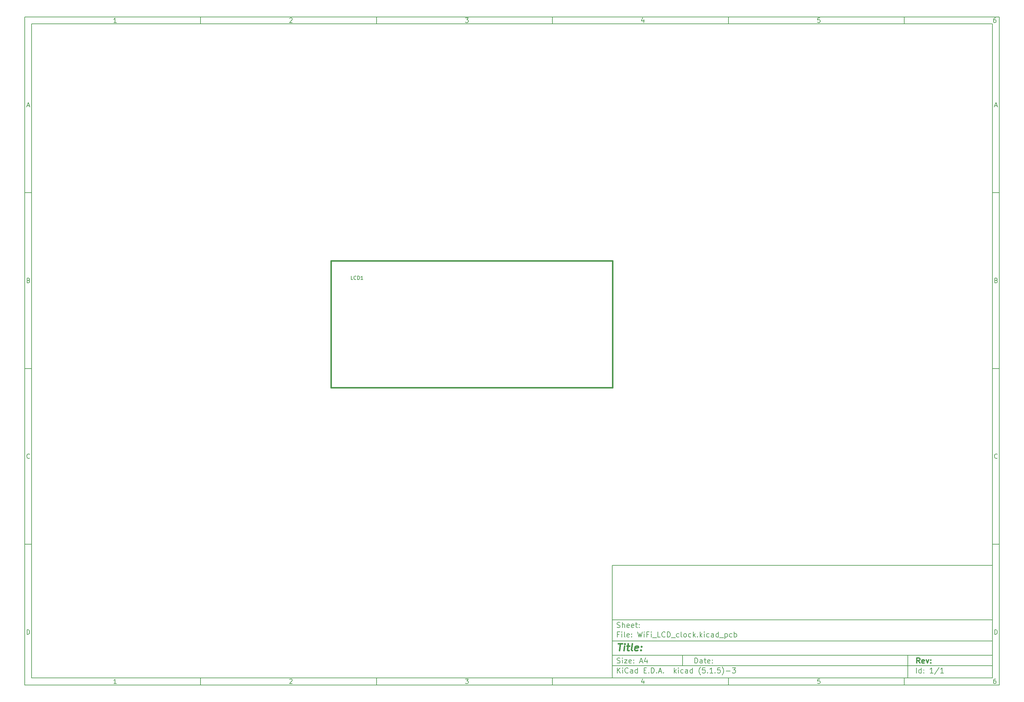
<source format=gbr>
G04 #@! TF.GenerationSoftware,KiCad,Pcbnew,(5.1.5)-3*
G04 #@! TF.CreationDate,2021-03-30T14:25:26+02:00*
G04 #@! TF.ProjectId,WiFi_LCD_clock,57694669-5f4c-4434-945f-636c6f636b2e,rev?*
G04 #@! TF.SameCoordinates,Original*
G04 #@! TF.FileFunction,Legend,Top*
G04 #@! TF.FilePolarity,Positive*
%FSLAX46Y46*%
G04 Gerber Fmt 4.6, Leading zero omitted, Abs format (unit mm)*
G04 Created by KiCad (PCBNEW (5.1.5)-3) date 2021-03-30 14:25:26*
%MOMM*%
%LPD*%
G04 APERTURE LIST*
%ADD10C,0.100000*%
%ADD11C,0.150000*%
%ADD12C,0.300000*%
%ADD13C,0.400000*%
%ADD14C,0.381000*%
G04 APERTURE END LIST*
D10*
D11*
X177002200Y-166007200D02*
X177002200Y-198007200D01*
X285002200Y-198007200D01*
X285002200Y-166007200D01*
X177002200Y-166007200D01*
D10*
D11*
X10000000Y-10000000D02*
X10000000Y-200007200D01*
X287002200Y-200007200D01*
X287002200Y-10000000D01*
X10000000Y-10000000D01*
D10*
D11*
X12000000Y-12000000D02*
X12000000Y-198007200D01*
X285002200Y-198007200D01*
X285002200Y-12000000D01*
X12000000Y-12000000D01*
D10*
D11*
X60000000Y-12000000D02*
X60000000Y-10000000D01*
D10*
D11*
X110000000Y-12000000D02*
X110000000Y-10000000D01*
D10*
D11*
X160000000Y-12000000D02*
X160000000Y-10000000D01*
D10*
D11*
X210000000Y-12000000D02*
X210000000Y-10000000D01*
D10*
D11*
X260000000Y-12000000D02*
X260000000Y-10000000D01*
D10*
D11*
X36065476Y-11588095D02*
X35322619Y-11588095D01*
X35694047Y-11588095D02*
X35694047Y-10288095D01*
X35570238Y-10473809D01*
X35446428Y-10597619D01*
X35322619Y-10659523D01*
D10*
D11*
X85322619Y-10411904D02*
X85384523Y-10350000D01*
X85508333Y-10288095D01*
X85817857Y-10288095D01*
X85941666Y-10350000D01*
X86003571Y-10411904D01*
X86065476Y-10535714D01*
X86065476Y-10659523D01*
X86003571Y-10845238D01*
X85260714Y-11588095D01*
X86065476Y-11588095D01*
D10*
D11*
X135260714Y-10288095D02*
X136065476Y-10288095D01*
X135632142Y-10783333D01*
X135817857Y-10783333D01*
X135941666Y-10845238D01*
X136003571Y-10907142D01*
X136065476Y-11030952D01*
X136065476Y-11340476D01*
X136003571Y-11464285D01*
X135941666Y-11526190D01*
X135817857Y-11588095D01*
X135446428Y-11588095D01*
X135322619Y-11526190D01*
X135260714Y-11464285D01*
D10*
D11*
X185941666Y-10721428D02*
X185941666Y-11588095D01*
X185632142Y-10226190D02*
X185322619Y-11154761D01*
X186127380Y-11154761D01*
D10*
D11*
X236003571Y-10288095D02*
X235384523Y-10288095D01*
X235322619Y-10907142D01*
X235384523Y-10845238D01*
X235508333Y-10783333D01*
X235817857Y-10783333D01*
X235941666Y-10845238D01*
X236003571Y-10907142D01*
X236065476Y-11030952D01*
X236065476Y-11340476D01*
X236003571Y-11464285D01*
X235941666Y-11526190D01*
X235817857Y-11588095D01*
X235508333Y-11588095D01*
X235384523Y-11526190D01*
X235322619Y-11464285D01*
D10*
D11*
X285941666Y-10288095D02*
X285694047Y-10288095D01*
X285570238Y-10350000D01*
X285508333Y-10411904D01*
X285384523Y-10597619D01*
X285322619Y-10845238D01*
X285322619Y-11340476D01*
X285384523Y-11464285D01*
X285446428Y-11526190D01*
X285570238Y-11588095D01*
X285817857Y-11588095D01*
X285941666Y-11526190D01*
X286003571Y-11464285D01*
X286065476Y-11340476D01*
X286065476Y-11030952D01*
X286003571Y-10907142D01*
X285941666Y-10845238D01*
X285817857Y-10783333D01*
X285570238Y-10783333D01*
X285446428Y-10845238D01*
X285384523Y-10907142D01*
X285322619Y-11030952D01*
D10*
D11*
X60000000Y-198007200D02*
X60000000Y-200007200D01*
D10*
D11*
X110000000Y-198007200D02*
X110000000Y-200007200D01*
D10*
D11*
X160000000Y-198007200D02*
X160000000Y-200007200D01*
D10*
D11*
X210000000Y-198007200D02*
X210000000Y-200007200D01*
D10*
D11*
X260000000Y-198007200D02*
X260000000Y-200007200D01*
D10*
D11*
X36065476Y-199595295D02*
X35322619Y-199595295D01*
X35694047Y-199595295D02*
X35694047Y-198295295D01*
X35570238Y-198481009D01*
X35446428Y-198604819D01*
X35322619Y-198666723D01*
D10*
D11*
X85322619Y-198419104D02*
X85384523Y-198357200D01*
X85508333Y-198295295D01*
X85817857Y-198295295D01*
X85941666Y-198357200D01*
X86003571Y-198419104D01*
X86065476Y-198542914D01*
X86065476Y-198666723D01*
X86003571Y-198852438D01*
X85260714Y-199595295D01*
X86065476Y-199595295D01*
D10*
D11*
X135260714Y-198295295D02*
X136065476Y-198295295D01*
X135632142Y-198790533D01*
X135817857Y-198790533D01*
X135941666Y-198852438D01*
X136003571Y-198914342D01*
X136065476Y-199038152D01*
X136065476Y-199347676D01*
X136003571Y-199471485D01*
X135941666Y-199533390D01*
X135817857Y-199595295D01*
X135446428Y-199595295D01*
X135322619Y-199533390D01*
X135260714Y-199471485D01*
D10*
D11*
X185941666Y-198728628D02*
X185941666Y-199595295D01*
X185632142Y-198233390D02*
X185322619Y-199161961D01*
X186127380Y-199161961D01*
D10*
D11*
X236003571Y-198295295D02*
X235384523Y-198295295D01*
X235322619Y-198914342D01*
X235384523Y-198852438D01*
X235508333Y-198790533D01*
X235817857Y-198790533D01*
X235941666Y-198852438D01*
X236003571Y-198914342D01*
X236065476Y-199038152D01*
X236065476Y-199347676D01*
X236003571Y-199471485D01*
X235941666Y-199533390D01*
X235817857Y-199595295D01*
X235508333Y-199595295D01*
X235384523Y-199533390D01*
X235322619Y-199471485D01*
D10*
D11*
X285941666Y-198295295D02*
X285694047Y-198295295D01*
X285570238Y-198357200D01*
X285508333Y-198419104D01*
X285384523Y-198604819D01*
X285322619Y-198852438D01*
X285322619Y-199347676D01*
X285384523Y-199471485D01*
X285446428Y-199533390D01*
X285570238Y-199595295D01*
X285817857Y-199595295D01*
X285941666Y-199533390D01*
X286003571Y-199471485D01*
X286065476Y-199347676D01*
X286065476Y-199038152D01*
X286003571Y-198914342D01*
X285941666Y-198852438D01*
X285817857Y-198790533D01*
X285570238Y-198790533D01*
X285446428Y-198852438D01*
X285384523Y-198914342D01*
X285322619Y-199038152D01*
D10*
D11*
X10000000Y-60000000D02*
X12000000Y-60000000D01*
D10*
D11*
X10000000Y-110000000D02*
X12000000Y-110000000D01*
D10*
D11*
X10000000Y-160000000D02*
X12000000Y-160000000D01*
D10*
D11*
X10690476Y-35216666D02*
X11309523Y-35216666D01*
X10566666Y-35588095D02*
X11000000Y-34288095D01*
X11433333Y-35588095D01*
D10*
D11*
X11092857Y-84907142D02*
X11278571Y-84969047D01*
X11340476Y-85030952D01*
X11402380Y-85154761D01*
X11402380Y-85340476D01*
X11340476Y-85464285D01*
X11278571Y-85526190D01*
X11154761Y-85588095D01*
X10659523Y-85588095D01*
X10659523Y-84288095D01*
X11092857Y-84288095D01*
X11216666Y-84350000D01*
X11278571Y-84411904D01*
X11340476Y-84535714D01*
X11340476Y-84659523D01*
X11278571Y-84783333D01*
X11216666Y-84845238D01*
X11092857Y-84907142D01*
X10659523Y-84907142D01*
D10*
D11*
X11402380Y-135464285D02*
X11340476Y-135526190D01*
X11154761Y-135588095D01*
X11030952Y-135588095D01*
X10845238Y-135526190D01*
X10721428Y-135402380D01*
X10659523Y-135278571D01*
X10597619Y-135030952D01*
X10597619Y-134845238D01*
X10659523Y-134597619D01*
X10721428Y-134473809D01*
X10845238Y-134350000D01*
X11030952Y-134288095D01*
X11154761Y-134288095D01*
X11340476Y-134350000D01*
X11402380Y-134411904D01*
D10*
D11*
X10659523Y-185588095D02*
X10659523Y-184288095D01*
X10969047Y-184288095D01*
X11154761Y-184350000D01*
X11278571Y-184473809D01*
X11340476Y-184597619D01*
X11402380Y-184845238D01*
X11402380Y-185030952D01*
X11340476Y-185278571D01*
X11278571Y-185402380D01*
X11154761Y-185526190D01*
X10969047Y-185588095D01*
X10659523Y-185588095D01*
D10*
D11*
X287002200Y-60000000D02*
X285002200Y-60000000D01*
D10*
D11*
X287002200Y-110000000D02*
X285002200Y-110000000D01*
D10*
D11*
X287002200Y-160000000D02*
X285002200Y-160000000D01*
D10*
D11*
X285692676Y-35216666D02*
X286311723Y-35216666D01*
X285568866Y-35588095D02*
X286002200Y-34288095D01*
X286435533Y-35588095D01*
D10*
D11*
X286095057Y-84907142D02*
X286280771Y-84969047D01*
X286342676Y-85030952D01*
X286404580Y-85154761D01*
X286404580Y-85340476D01*
X286342676Y-85464285D01*
X286280771Y-85526190D01*
X286156961Y-85588095D01*
X285661723Y-85588095D01*
X285661723Y-84288095D01*
X286095057Y-84288095D01*
X286218866Y-84350000D01*
X286280771Y-84411904D01*
X286342676Y-84535714D01*
X286342676Y-84659523D01*
X286280771Y-84783333D01*
X286218866Y-84845238D01*
X286095057Y-84907142D01*
X285661723Y-84907142D01*
D10*
D11*
X286404580Y-135464285D02*
X286342676Y-135526190D01*
X286156961Y-135588095D01*
X286033152Y-135588095D01*
X285847438Y-135526190D01*
X285723628Y-135402380D01*
X285661723Y-135278571D01*
X285599819Y-135030952D01*
X285599819Y-134845238D01*
X285661723Y-134597619D01*
X285723628Y-134473809D01*
X285847438Y-134350000D01*
X286033152Y-134288095D01*
X286156961Y-134288095D01*
X286342676Y-134350000D01*
X286404580Y-134411904D01*
D10*
D11*
X285661723Y-185588095D02*
X285661723Y-184288095D01*
X285971247Y-184288095D01*
X286156961Y-184350000D01*
X286280771Y-184473809D01*
X286342676Y-184597619D01*
X286404580Y-184845238D01*
X286404580Y-185030952D01*
X286342676Y-185278571D01*
X286280771Y-185402380D01*
X286156961Y-185526190D01*
X285971247Y-185588095D01*
X285661723Y-185588095D01*
D10*
D11*
X200434342Y-193785771D02*
X200434342Y-192285771D01*
X200791485Y-192285771D01*
X201005771Y-192357200D01*
X201148628Y-192500057D01*
X201220057Y-192642914D01*
X201291485Y-192928628D01*
X201291485Y-193142914D01*
X201220057Y-193428628D01*
X201148628Y-193571485D01*
X201005771Y-193714342D01*
X200791485Y-193785771D01*
X200434342Y-193785771D01*
X202577200Y-193785771D02*
X202577200Y-193000057D01*
X202505771Y-192857200D01*
X202362914Y-192785771D01*
X202077200Y-192785771D01*
X201934342Y-192857200D01*
X202577200Y-193714342D02*
X202434342Y-193785771D01*
X202077200Y-193785771D01*
X201934342Y-193714342D01*
X201862914Y-193571485D01*
X201862914Y-193428628D01*
X201934342Y-193285771D01*
X202077200Y-193214342D01*
X202434342Y-193214342D01*
X202577200Y-193142914D01*
X203077200Y-192785771D02*
X203648628Y-192785771D01*
X203291485Y-192285771D02*
X203291485Y-193571485D01*
X203362914Y-193714342D01*
X203505771Y-193785771D01*
X203648628Y-193785771D01*
X204720057Y-193714342D02*
X204577200Y-193785771D01*
X204291485Y-193785771D01*
X204148628Y-193714342D01*
X204077200Y-193571485D01*
X204077200Y-193000057D01*
X204148628Y-192857200D01*
X204291485Y-192785771D01*
X204577200Y-192785771D01*
X204720057Y-192857200D01*
X204791485Y-193000057D01*
X204791485Y-193142914D01*
X204077200Y-193285771D01*
X205434342Y-193642914D02*
X205505771Y-193714342D01*
X205434342Y-193785771D01*
X205362914Y-193714342D01*
X205434342Y-193642914D01*
X205434342Y-193785771D01*
X205434342Y-192857200D02*
X205505771Y-192928628D01*
X205434342Y-193000057D01*
X205362914Y-192928628D01*
X205434342Y-192857200D01*
X205434342Y-193000057D01*
D10*
D11*
X177002200Y-194507200D02*
X285002200Y-194507200D01*
D10*
D11*
X178434342Y-196585771D02*
X178434342Y-195085771D01*
X179291485Y-196585771D02*
X178648628Y-195728628D01*
X179291485Y-195085771D02*
X178434342Y-195942914D01*
X179934342Y-196585771D02*
X179934342Y-195585771D01*
X179934342Y-195085771D02*
X179862914Y-195157200D01*
X179934342Y-195228628D01*
X180005771Y-195157200D01*
X179934342Y-195085771D01*
X179934342Y-195228628D01*
X181505771Y-196442914D02*
X181434342Y-196514342D01*
X181220057Y-196585771D01*
X181077200Y-196585771D01*
X180862914Y-196514342D01*
X180720057Y-196371485D01*
X180648628Y-196228628D01*
X180577200Y-195942914D01*
X180577200Y-195728628D01*
X180648628Y-195442914D01*
X180720057Y-195300057D01*
X180862914Y-195157200D01*
X181077200Y-195085771D01*
X181220057Y-195085771D01*
X181434342Y-195157200D01*
X181505771Y-195228628D01*
X182791485Y-196585771D02*
X182791485Y-195800057D01*
X182720057Y-195657200D01*
X182577200Y-195585771D01*
X182291485Y-195585771D01*
X182148628Y-195657200D01*
X182791485Y-196514342D02*
X182648628Y-196585771D01*
X182291485Y-196585771D01*
X182148628Y-196514342D01*
X182077200Y-196371485D01*
X182077200Y-196228628D01*
X182148628Y-196085771D01*
X182291485Y-196014342D01*
X182648628Y-196014342D01*
X182791485Y-195942914D01*
X184148628Y-196585771D02*
X184148628Y-195085771D01*
X184148628Y-196514342D02*
X184005771Y-196585771D01*
X183720057Y-196585771D01*
X183577200Y-196514342D01*
X183505771Y-196442914D01*
X183434342Y-196300057D01*
X183434342Y-195871485D01*
X183505771Y-195728628D01*
X183577200Y-195657200D01*
X183720057Y-195585771D01*
X184005771Y-195585771D01*
X184148628Y-195657200D01*
X186005771Y-195800057D02*
X186505771Y-195800057D01*
X186720057Y-196585771D02*
X186005771Y-196585771D01*
X186005771Y-195085771D01*
X186720057Y-195085771D01*
X187362914Y-196442914D02*
X187434342Y-196514342D01*
X187362914Y-196585771D01*
X187291485Y-196514342D01*
X187362914Y-196442914D01*
X187362914Y-196585771D01*
X188077200Y-196585771D02*
X188077200Y-195085771D01*
X188434342Y-195085771D01*
X188648628Y-195157200D01*
X188791485Y-195300057D01*
X188862914Y-195442914D01*
X188934342Y-195728628D01*
X188934342Y-195942914D01*
X188862914Y-196228628D01*
X188791485Y-196371485D01*
X188648628Y-196514342D01*
X188434342Y-196585771D01*
X188077200Y-196585771D01*
X189577200Y-196442914D02*
X189648628Y-196514342D01*
X189577200Y-196585771D01*
X189505771Y-196514342D01*
X189577200Y-196442914D01*
X189577200Y-196585771D01*
X190220057Y-196157200D02*
X190934342Y-196157200D01*
X190077200Y-196585771D02*
X190577200Y-195085771D01*
X191077200Y-196585771D01*
X191577200Y-196442914D02*
X191648628Y-196514342D01*
X191577200Y-196585771D01*
X191505771Y-196514342D01*
X191577200Y-196442914D01*
X191577200Y-196585771D01*
X194577200Y-196585771D02*
X194577200Y-195085771D01*
X194720057Y-196014342D02*
X195148628Y-196585771D01*
X195148628Y-195585771D02*
X194577200Y-196157200D01*
X195791485Y-196585771D02*
X195791485Y-195585771D01*
X195791485Y-195085771D02*
X195720057Y-195157200D01*
X195791485Y-195228628D01*
X195862914Y-195157200D01*
X195791485Y-195085771D01*
X195791485Y-195228628D01*
X197148628Y-196514342D02*
X197005771Y-196585771D01*
X196720057Y-196585771D01*
X196577200Y-196514342D01*
X196505771Y-196442914D01*
X196434342Y-196300057D01*
X196434342Y-195871485D01*
X196505771Y-195728628D01*
X196577200Y-195657200D01*
X196720057Y-195585771D01*
X197005771Y-195585771D01*
X197148628Y-195657200D01*
X198434342Y-196585771D02*
X198434342Y-195800057D01*
X198362914Y-195657200D01*
X198220057Y-195585771D01*
X197934342Y-195585771D01*
X197791485Y-195657200D01*
X198434342Y-196514342D02*
X198291485Y-196585771D01*
X197934342Y-196585771D01*
X197791485Y-196514342D01*
X197720057Y-196371485D01*
X197720057Y-196228628D01*
X197791485Y-196085771D01*
X197934342Y-196014342D01*
X198291485Y-196014342D01*
X198434342Y-195942914D01*
X199791485Y-196585771D02*
X199791485Y-195085771D01*
X199791485Y-196514342D02*
X199648628Y-196585771D01*
X199362914Y-196585771D01*
X199220057Y-196514342D01*
X199148628Y-196442914D01*
X199077200Y-196300057D01*
X199077200Y-195871485D01*
X199148628Y-195728628D01*
X199220057Y-195657200D01*
X199362914Y-195585771D01*
X199648628Y-195585771D01*
X199791485Y-195657200D01*
X202077200Y-197157200D02*
X202005771Y-197085771D01*
X201862914Y-196871485D01*
X201791485Y-196728628D01*
X201720057Y-196514342D01*
X201648628Y-196157200D01*
X201648628Y-195871485D01*
X201720057Y-195514342D01*
X201791485Y-195300057D01*
X201862914Y-195157200D01*
X202005771Y-194942914D01*
X202077200Y-194871485D01*
X203362914Y-195085771D02*
X202648628Y-195085771D01*
X202577200Y-195800057D01*
X202648628Y-195728628D01*
X202791485Y-195657200D01*
X203148628Y-195657200D01*
X203291485Y-195728628D01*
X203362914Y-195800057D01*
X203434342Y-195942914D01*
X203434342Y-196300057D01*
X203362914Y-196442914D01*
X203291485Y-196514342D01*
X203148628Y-196585771D01*
X202791485Y-196585771D01*
X202648628Y-196514342D01*
X202577200Y-196442914D01*
X204077200Y-196442914D02*
X204148628Y-196514342D01*
X204077200Y-196585771D01*
X204005771Y-196514342D01*
X204077200Y-196442914D01*
X204077200Y-196585771D01*
X205577200Y-196585771D02*
X204720057Y-196585771D01*
X205148628Y-196585771D02*
X205148628Y-195085771D01*
X205005771Y-195300057D01*
X204862914Y-195442914D01*
X204720057Y-195514342D01*
X206220057Y-196442914D02*
X206291485Y-196514342D01*
X206220057Y-196585771D01*
X206148628Y-196514342D01*
X206220057Y-196442914D01*
X206220057Y-196585771D01*
X207648628Y-195085771D02*
X206934342Y-195085771D01*
X206862914Y-195800057D01*
X206934342Y-195728628D01*
X207077200Y-195657200D01*
X207434342Y-195657200D01*
X207577200Y-195728628D01*
X207648628Y-195800057D01*
X207720057Y-195942914D01*
X207720057Y-196300057D01*
X207648628Y-196442914D01*
X207577200Y-196514342D01*
X207434342Y-196585771D01*
X207077200Y-196585771D01*
X206934342Y-196514342D01*
X206862914Y-196442914D01*
X208220057Y-197157200D02*
X208291485Y-197085771D01*
X208434342Y-196871485D01*
X208505771Y-196728628D01*
X208577200Y-196514342D01*
X208648628Y-196157200D01*
X208648628Y-195871485D01*
X208577200Y-195514342D01*
X208505771Y-195300057D01*
X208434342Y-195157200D01*
X208291485Y-194942914D01*
X208220057Y-194871485D01*
X209362914Y-196014342D02*
X210505771Y-196014342D01*
X211077200Y-195085771D02*
X212005771Y-195085771D01*
X211505771Y-195657200D01*
X211720057Y-195657200D01*
X211862914Y-195728628D01*
X211934342Y-195800057D01*
X212005771Y-195942914D01*
X212005771Y-196300057D01*
X211934342Y-196442914D01*
X211862914Y-196514342D01*
X211720057Y-196585771D01*
X211291485Y-196585771D01*
X211148628Y-196514342D01*
X211077200Y-196442914D01*
D10*
D11*
X177002200Y-191507200D02*
X285002200Y-191507200D01*
D10*
D12*
X264411485Y-193785771D02*
X263911485Y-193071485D01*
X263554342Y-193785771D02*
X263554342Y-192285771D01*
X264125771Y-192285771D01*
X264268628Y-192357200D01*
X264340057Y-192428628D01*
X264411485Y-192571485D01*
X264411485Y-192785771D01*
X264340057Y-192928628D01*
X264268628Y-193000057D01*
X264125771Y-193071485D01*
X263554342Y-193071485D01*
X265625771Y-193714342D02*
X265482914Y-193785771D01*
X265197200Y-193785771D01*
X265054342Y-193714342D01*
X264982914Y-193571485D01*
X264982914Y-193000057D01*
X265054342Y-192857200D01*
X265197200Y-192785771D01*
X265482914Y-192785771D01*
X265625771Y-192857200D01*
X265697200Y-193000057D01*
X265697200Y-193142914D01*
X264982914Y-193285771D01*
X266197200Y-192785771D02*
X266554342Y-193785771D01*
X266911485Y-192785771D01*
X267482914Y-193642914D02*
X267554342Y-193714342D01*
X267482914Y-193785771D01*
X267411485Y-193714342D01*
X267482914Y-193642914D01*
X267482914Y-193785771D01*
X267482914Y-192857200D02*
X267554342Y-192928628D01*
X267482914Y-193000057D01*
X267411485Y-192928628D01*
X267482914Y-192857200D01*
X267482914Y-193000057D01*
D10*
D11*
X178362914Y-193714342D02*
X178577200Y-193785771D01*
X178934342Y-193785771D01*
X179077200Y-193714342D01*
X179148628Y-193642914D01*
X179220057Y-193500057D01*
X179220057Y-193357200D01*
X179148628Y-193214342D01*
X179077200Y-193142914D01*
X178934342Y-193071485D01*
X178648628Y-193000057D01*
X178505771Y-192928628D01*
X178434342Y-192857200D01*
X178362914Y-192714342D01*
X178362914Y-192571485D01*
X178434342Y-192428628D01*
X178505771Y-192357200D01*
X178648628Y-192285771D01*
X179005771Y-192285771D01*
X179220057Y-192357200D01*
X179862914Y-193785771D02*
X179862914Y-192785771D01*
X179862914Y-192285771D02*
X179791485Y-192357200D01*
X179862914Y-192428628D01*
X179934342Y-192357200D01*
X179862914Y-192285771D01*
X179862914Y-192428628D01*
X180434342Y-192785771D02*
X181220057Y-192785771D01*
X180434342Y-193785771D01*
X181220057Y-193785771D01*
X182362914Y-193714342D02*
X182220057Y-193785771D01*
X181934342Y-193785771D01*
X181791485Y-193714342D01*
X181720057Y-193571485D01*
X181720057Y-193000057D01*
X181791485Y-192857200D01*
X181934342Y-192785771D01*
X182220057Y-192785771D01*
X182362914Y-192857200D01*
X182434342Y-193000057D01*
X182434342Y-193142914D01*
X181720057Y-193285771D01*
X183077200Y-193642914D02*
X183148628Y-193714342D01*
X183077200Y-193785771D01*
X183005771Y-193714342D01*
X183077200Y-193642914D01*
X183077200Y-193785771D01*
X183077200Y-192857200D02*
X183148628Y-192928628D01*
X183077200Y-193000057D01*
X183005771Y-192928628D01*
X183077200Y-192857200D01*
X183077200Y-193000057D01*
X184862914Y-193357200D02*
X185577200Y-193357200D01*
X184720057Y-193785771D02*
X185220057Y-192285771D01*
X185720057Y-193785771D01*
X186862914Y-192785771D02*
X186862914Y-193785771D01*
X186505771Y-192214342D02*
X186148628Y-193285771D01*
X187077200Y-193285771D01*
D10*
D11*
X263434342Y-196585771D02*
X263434342Y-195085771D01*
X264791485Y-196585771D02*
X264791485Y-195085771D01*
X264791485Y-196514342D02*
X264648628Y-196585771D01*
X264362914Y-196585771D01*
X264220057Y-196514342D01*
X264148628Y-196442914D01*
X264077200Y-196300057D01*
X264077200Y-195871485D01*
X264148628Y-195728628D01*
X264220057Y-195657200D01*
X264362914Y-195585771D01*
X264648628Y-195585771D01*
X264791485Y-195657200D01*
X265505771Y-196442914D02*
X265577200Y-196514342D01*
X265505771Y-196585771D01*
X265434342Y-196514342D01*
X265505771Y-196442914D01*
X265505771Y-196585771D01*
X265505771Y-195657200D02*
X265577200Y-195728628D01*
X265505771Y-195800057D01*
X265434342Y-195728628D01*
X265505771Y-195657200D01*
X265505771Y-195800057D01*
X268148628Y-196585771D02*
X267291485Y-196585771D01*
X267720057Y-196585771D02*
X267720057Y-195085771D01*
X267577200Y-195300057D01*
X267434342Y-195442914D01*
X267291485Y-195514342D01*
X269862914Y-195014342D02*
X268577200Y-196942914D01*
X271148628Y-196585771D02*
X270291485Y-196585771D01*
X270720057Y-196585771D02*
X270720057Y-195085771D01*
X270577200Y-195300057D01*
X270434342Y-195442914D01*
X270291485Y-195514342D01*
D10*
D11*
X177002200Y-187507200D02*
X285002200Y-187507200D01*
D10*
D13*
X178714580Y-188211961D02*
X179857438Y-188211961D01*
X179036009Y-190211961D02*
X179286009Y-188211961D01*
X180274104Y-190211961D02*
X180440771Y-188878628D01*
X180524104Y-188211961D02*
X180416961Y-188307200D01*
X180500295Y-188402438D01*
X180607438Y-188307200D01*
X180524104Y-188211961D01*
X180500295Y-188402438D01*
X181107438Y-188878628D02*
X181869342Y-188878628D01*
X181476485Y-188211961D02*
X181262200Y-189926247D01*
X181333628Y-190116723D01*
X181512200Y-190211961D01*
X181702676Y-190211961D01*
X182655057Y-190211961D02*
X182476485Y-190116723D01*
X182405057Y-189926247D01*
X182619342Y-188211961D01*
X184190771Y-190116723D02*
X183988390Y-190211961D01*
X183607438Y-190211961D01*
X183428866Y-190116723D01*
X183357438Y-189926247D01*
X183452676Y-189164342D01*
X183571723Y-188973866D01*
X183774104Y-188878628D01*
X184155057Y-188878628D01*
X184333628Y-188973866D01*
X184405057Y-189164342D01*
X184381247Y-189354819D01*
X183405057Y-189545295D01*
X185155057Y-190021485D02*
X185238390Y-190116723D01*
X185131247Y-190211961D01*
X185047914Y-190116723D01*
X185155057Y-190021485D01*
X185131247Y-190211961D01*
X185286009Y-188973866D02*
X185369342Y-189069104D01*
X185262200Y-189164342D01*
X185178866Y-189069104D01*
X185286009Y-188973866D01*
X185262200Y-189164342D01*
D10*
D11*
X178934342Y-185600057D02*
X178434342Y-185600057D01*
X178434342Y-186385771D02*
X178434342Y-184885771D01*
X179148628Y-184885771D01*
X179720057Y-186385771D02*
X179720057Y-185385771D01*
X179720057Y-184885771D02*
X179648628Y-184957200D01*
X179720057Y-185028628D01*
X179791485Y-184957200D01*
X179720057Y-184885771D01*
X179720057Y-185028628D01*
X180648628Y-186385771D02*
X180505771Y-186314342D01*
X180434342Y-186171485D01*
X180434342Y-184885771D01*
X181791485Y-186314342D02*
X181648628Y-186385771D01*
X181362914Y-186385771D01*
X181220057Y-186314342D01*
X181148628Y-186171485D01*
X181148628Y-185600057D01*
X181220057Y-185457200D01*
X181362914Y-185385771D01*
X181648628Y-185385771D01*
X181791485Y-185457200D01*
X181862914Y-185600057D01*
X181862914Y-185742914D01*
X181148628Y-185885771D01*
X182505771Y-186242914D02*
X182577200Y-186314342D01*
X182505771Y-186385771D01*
X182434342Y-186314342D01*
X182505771Y-186242914D01*
X182505771Y-186385771D01*
X182505771Y-185457200D02*
X182577200Y-185528628D01*
X182505771Y-185600057D01*
X182434342Y-185528628D01*
X182505771Y-185457200D01*
X182505771Y-185600057D01*
X184220057Y-184885771D02*
X184577200Y-186385771D01*
X184862914Y-185314342D01*
X185148628Y-186385771D01*
X185505771Y-184885771D01*
X186077200Y-186385771D02*
X186077200Y-185385771D01*
X186077200Y-184885771D02*
X186005771Y-184957200D01*
X186077200Y-185028628D01*
X186148628Y-184957200D01*
X186077200Y-184885771D01*
X186077200Y-185028628D01*
X187291485Y-185600057D02*
X186791485Y-185600057D01*
X186791485Y-186385771D02*
X186791485Y-184885771D01*
X187505771Y-184885771D01*
X188077200Y-186385771D02*
X188077200Y-185385771D01*
X188077200Y-184885771D02*
X188005771Y-184957200D01*
X188077200Y-185028628D01*
X188148628Y-184957200D01*
X188077200Y-184885771D01*
X188077200Y-185028628D01*
X188434342Y-186528628D02*
X189577200Y-186528628D01*
X190648628Y-186385771D02*
X189934342Y-186385771D01*
X189934342Y-184885771D01*
X192005771Y-186242914D02*
X191934342Y-186314342D01*
X191720057Y-186385771D01*
X191577200Y-186385771D01*
X191362914Y-186314342D01*
X191220057Y-186171485D01*
X191148628Y-186028628D01*
X191077200Y-185742914D01*
X191077200Y-185528628D01*
X191148628Y-185242914D01*
X191220057Y-185100057D01*
X191362914Y-184957200D01*
X191577200Y-184885771D01*
X191720057Y-184885771D01*
X191934342Y-184957200D01*
X192005771Y-185028628D01*
X192648628Y-186385771D02*
X192648628Y-184885771D01*
X193005771Y-184885771D01*
X193220057Y-184957200D01*
X193362914Y-185100057D01*
X193434342Y-185242914D01*
X193505771Y-185528628D01*
X193505771Y-185742914D01*
X193434342Y-186028628D01*
X193362914Y-186171485D01*
X193220057Y-186314342D01*
X193005771Y-186385771D01*
X192648628Y-186385771D01*
X193791485Y-186528628D02*
X194934342Y-186528628D01*
X195934342Y-186314342D02*
X195791485Y-186385771D01*
X195505771Y-186385771D01*
X195362914Y-186314342D01*
X195291485Y-186242914D01*
X195220057Y-186100057D01*
X195220057Y-185671485D01*
X195291485Y-185528628D01*
X195362914Y-185457200D01*
X195505771Y-185385771D01*
X195791485Y-185385771D01*
X195934342Y-185457200D01*
X196791485Y-186385771D02*
X196648628Y-186314342D01*
X196577200Y-186171485D01*
X196577200Y-184885771D01*
X197577200Y-186385771D02*
X197434342Y-186314342D01*
X197362914Y-186242914D01*
X197291485Y-186100057D01*
X197291485Y-185671485D01*
X197362914Y-185528628D01*
X197434342Y-185457200D01*
X197577200Y-185385771D01*
X197791485Y-185385771D01*
X197934342Y-185457200D01*
X198005771Y-185528628D01*
X198077200Y-185671485D01*
X198077200Y-186100057D01*
X198005771Y-186242914D01*
X197934342Y-186314342D01*
X197791485Y-186385771D01*
X197577200Y-186385771D01*
X199362914Y-186314342D02*
X199220057Y-186385771D01*
X198934342Y-186385771D01*
X198791485Y-186314342D01*
X198720057Y-186242914D01*
X198648628Y-186100057D01*
X198648628Y-185671485D01*
X198720057Y-185528628D01*
X198791485Y-185457200D01*
X198934342Y-185385771D01*
X199220057Y-185385771D01*
X199362914Y-185457200D01*
X200005771Y-186385771D02*
X200005771Y-184885771D01*
X200148628Y-185814342D02*
X200577200Y-186385771D01*
X200577200Y-185385771D02*
X200005771Y-185957200D01*
X201220057Y-186242914D02*
X201291485Y-186314342D01*
X201220057Y-186385771D01*
X201148628Y-186314342D01*
X201220057Y-186242914D01*
X201220057Y-186385771D01*
X201934342Y-186385771D02*
X201934342Y-184885771D01*
X202077200Y-185814342D02*
X202505771Y-186385771D01*
X202505771Y-185385771D02*
X201934342Y-185957200D01*
X203148628Y-186385771D02*
X203148628Y-185385771D01*
X203148628Y-184885771D02*
X203077200Y-184957200D01*
X203148628Y-185028628D01*
X203220057Y-184957200D01*
X203148628Y-184885771D01*
X203148628Y-185028628D01*
X204505771Y-186314342D02*
X204362914Y-186385771D01*
X204077200Y-186385771D01*
X203934342Y-186314342D01*
X203862914Y-186242914D01*
X203791485Y-186100057D01*
X203791485Y-185671485D01*
X203862914Y-185528628D01*
X203934342Y-185457200D01*
X204077200Y-185385771D01*
X204362914Y-185385771D01*
X204505771Y-185457200D01*
X205791485Y-186385771D02*
X205791485Y-185600057D01*
X205720057Y-185457200D01*
X205577200Y-185385771D01*
X205291485Y-185385771D01*
X205148628Y-185457200D01*
X205791485Y-186314342D02*
X205648628Y-186385771D01*
X205291485Y-186385771D01*
X205148628Y-186314342D01*
X205077200Y-186171485D01*
X205077200Y-186028628D01*
X205148628Y-185885771D01*
X205291485Y-185814342D01*
X205648628Y-185814342D01*
X205791485Y-185742914D01*
X207148628Y-186385771D02*
X207148628Y-184885771D01*
X207148628Y-186314342D02*
X207005771Y-186385771D01*
X206720057Y-186385771D01*
X206577200Y-186314342D01*
X206505771Y-186242914D01*
X206434342Y-186100057D01*
X206434342Y-185671485D01*
X206505771Y-185528628D01*
X206577200Y-185457200D01*
X206720057Y-185385771D01*
X207005771Y-185385771D01*
X207148628Y-185457200D01*
X207505771Y-186528628D02*
X208648628Y-186528628D01*
X209005771Y-185385771D02*
X209005771Y-186885771D01*
X209005771Y-185457200D02*
X209148628Y-185385771D01*
X209434342Y-185385771D01*
X209577200Y-185457200D01*
X209648628Y-185528628D01*
X209720057Y-185671485D01*
X209720057Y-186100057D01*
X209648628Y-186242914D01*
X209577200Y-186314342D01*
X209434342Y-186385771D01*
X209148628Y-186385771D01*
X209005771Y-186314342D01*
X211005771Y-186314342D02*
X210862914Y-186385771D01*
X210577200Y-186385771D01*
X210434342Y-186314342D01*
X210362914Y-186242914D01*
X210291485Y-186100057D01*
X210291485Y-185671485D01*
X210362914Y-185528628D01*
X210434342Y-185457200D01*
X210577200Y-185385771D01*
X210862914Y-185385771D01*
X211005771Y-185457200D01*
X211648628Y-186385771D02*
X211648628Y-184885771D01*
X211648628Y-185457200D02*
X211791485Y-185385771D01*
X212077200Y-185385771D01*
X212220057Y-185457200D01*
X212291485Y-185528628D01*
X212362914Y-185671485D01*
X212362914Y-186100057D01*
X212291485Y-186242914D01*
X212220057Y-186314342D01*
X212077200Y-186385771D01*
X211791485Y-186385771D01*
X211648628Y-186314342D01*
D10*
D11*
X177002200Y-181507200D02*
X285002200Y-181507200D01*
D10*
D11*
X178362914Y-183614342D02*
X178577200Y-183685771D01*
X178934342Y-183685771D01*
X179077200Y-183614342D01*
X179148628Y-183542914D01*
X179220057Y-183400057D01*
X179220057Y-183257200D01*
X179148628Y-183114342D01*
X179077200Y-183042914D01*
X178934342Y-182971485D01*
X178648628Y-182900057D01*
X178505771Y-182828628D01*
X178434342Y-182757200D01*
X178362914Y-182614342D01*
X178362914Y-182471485D01*
X178434342Y-182328628D01*
X178505771Y-182257200D01*
X178648628Y-182185771D01*
X179005771Y-182185771D01*
X179220057Y-182257200D01*
X179862914Y-183685771D02*
X179862914Y-182185771D01*
X180505771Y-183685771D02*
X180505771Y-182900057D01*
X180434342Y-182757200D01*
X180291485Y-182685771D01*
X180077200Y-182685771D01*
X179934342Y-182757200D01*
X179862914Y-182828628D01*
X181791485Y-183614342D02*
X181648628Y-183685771D01*
X181362914Y-183685771D01*
X181220057Y-183614342D01*
X181148628Y-183471485D01*
X181148628Y-182900057D01*
X181220057Y-182757200D01*
X181362914Y-182685771D01*
X181648628Y-182685771D01*
X181791485Y-182757200D01*
X181862914Y-182900057D01*
X181862914Y-183042914D01*
X181148628Y-183185771D01*
X183077200Y-183614342D02*
X182934342Y-183685771D01*
X182648628Y-183685771D01*
X182505771Y-183614342D01*
X182434342Y-183471485D01*
X182434342Y-182900057D01*
X182505771Y-182757200D01*
X182648628Y-182685771D01*
X182934342Y-182685771D01*
X183077200Y-182757200D01*
X183148628Y-182900057D01*
X183148628Y-183042914D01*
X182434342Y-183185771D01*
X183577200Y-182685771D02*
X184148628Y-182685771D01*
X183791485Y-182185771D02*
X183791485Y-183471485D01*
X183862914Y-183614342D01*
X184005771Y-183685771D01*
X184148628Y-183685771D01*
X184648628Y-183542914D02*
X184720057Y-183614342D01*
X184648628Y-183685771D01*
X184577200Y-183614342D01*
X184648628Y-183542914D01*
X184648628Y-183685771D01*
X184648628Y-182757200D02*
X184720057Y-182828628D01*
X184648628Y-182900057D01*
X184577200Y-182828628D01*
X184648628Y-182757200D01*
X184648628Y-182900057D01*
D10*
D11*
X197002200Y-191507200D02*
X197002200Y-194507200D01*
D10*
D11*
X261002200Y-191507200D02*
X261002200Y-198007200D01*
D14*
G04 #@! TO.C,LCD1*
X177087699Y-115402479D02*
X97087859Y-115402479D01*
X97087859Y-115402479D02*
X97087859Y-79403059D01*
X177087699Y-79403059D02*
X177087699Y-115402479D01*
X97087859Y-79403059D02*
X177087699Y-79403059D01*
D11*
X103264332Y-84709379D02*
X102788141Y-84709379D01*
X102788141Y-83709379D01*
X104169094Y-84614141D02*
X104121475Y-84661760D01*
X103978618Y-84709379D01*
X103883379Y-84709379D01*
X103740522Y-84661760D01*
X103645284Y-84566522D01*
X103597665Y-84471284D01*
X103550046Y-84280808D01*
X103550046Y-84137951D01*
X103597665Y-83947475D01*
X103645284Y-83852237D01*
X103740522Y-83756999D01*
X103883379Y-83709379D01*
X103978618Y-83709379D01*
X104121475Y-83756999D01*
X104169094Y-83804618D01*
X104597665Y-84709379D02*
X104597665Y-83709379D01*
X104835760Y-83709379D01*
X104978618Y-83756999D01*
X105073856Y-83852237D01*
X105121475Y-83947475D01*
X105169094Y-84137951D01*
X105169094Y-84280808D01*
X105121475Y-84471284D01*
X105073856Y-84566522D01*
X104978618Y-84661760D01*
X104835760Y-84709379D01*
X104597665Y-84709379D01*
X106121475Y-84709379D02*
X105550046Y-84709379D01*
X105835760Y-84709379D02*
X105835760Y-83709379D01*
X105740522Y-83852237D01*
X105645284Y-83947475D01*
X105550046Y-83995094D01*
G04 #@! TD*
M02*

</source>
